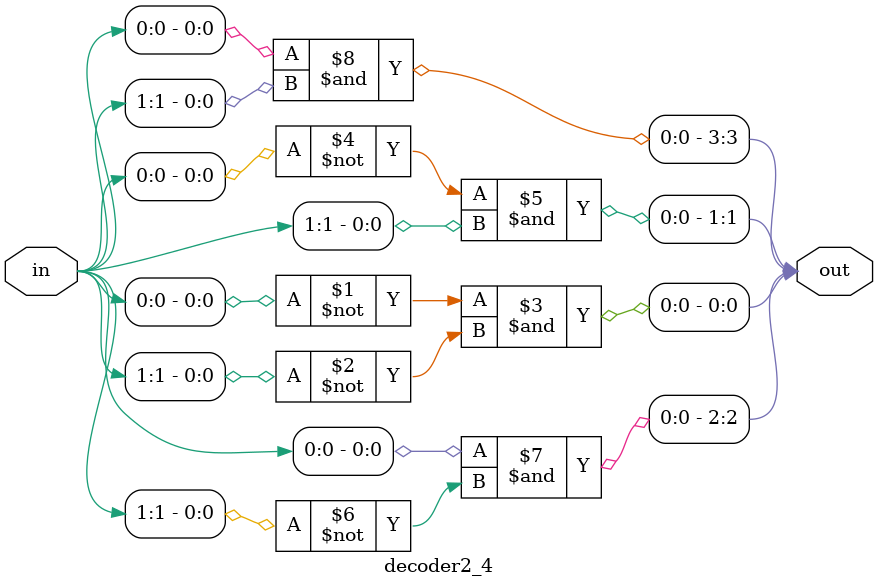
<source format=v>

module decoder2_4(in,out);
output [3:0] out;
input [1:0] in;
assign out[0] = (~in[0]) & (~in[1]);
assign out[1] = (~in[0]) & in[1];
assign out[2] = in[0] & (~in[1]);
assign out[3] = in[0] & in[1];
endmodule

</source>
